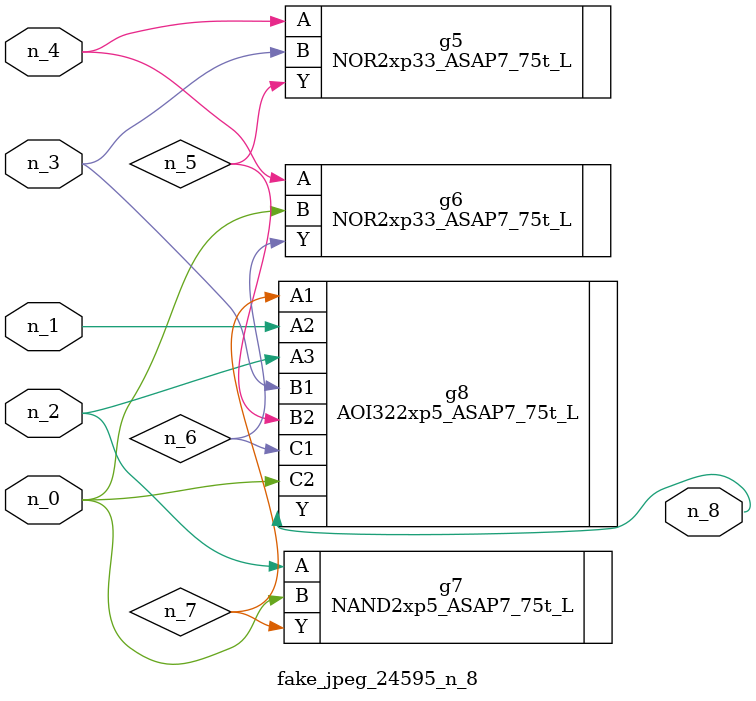
<source format=v>
module fake_jpeg_24595_n_8 (n_3, n_2, n_1, n_0, n_4, n_8);

input n_3;
input n_2;
input n_1;
input n_0;
input n_4;

output n_8;

wire n_6;
wire n_5;
wire n_7;

NOR2xp33_ASAP7_75t_L g5 ( 
.A(n_4),
.B(n_3),
.Y(n_5)
);

NOR2xp33_ASAP7_75t_L g6 ( 
.A(n_4),
.B(n_0),
.Y(n_6)
);

NAND2xp5_ASAP7_75t_L g7 ( 
.A(n_2),
.B(n_0),
.Y(n_7)
);

AOI322xp5_ASAP7_75t_L g8 ( 
.A1(n_7),
.A2(n_1),
.A3(n_2),
.B1(n_3),
.B2(n_5),
.C1(n_6),
.C2(n_0),
.Y(n_8)
);


endmodule
</source>
